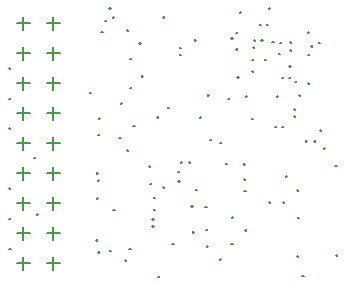
<source format=gbr>
%TF.GenerationSoftware,Altium Limited,Altium Designer,23.3.1 (30)*%
G04 Layer_Color=128*
%FSLAX45Y45*%
%MOMM*%
%TF.SameCoordinates,B56B3050-E4CE-4FE9-8081-1B6FDF6B35C2*%
%TF.FilePolarity,Positive*%
%TF.FileFunction,Drillmap*%
%TF.Part,Single*%
G01*
G75*
%TA.AperFunction,NonConductor*%
%ADD104C,0.12700*%
D104*
X125000Y2326000D02*
X235000D01*
X180000Y2271000D02*
Y2381000D01*
X125000Y2072000D02*
X235000D01*
X180000Y2017000D02*
Y2127000D01*
X125000Y1818000D02*
X235000D01*
X180000Y1763000D02*
Y1873000D01*
X125000Y1564000D02*
X235000D01*
X180000Y1509000D02*
Y1619000D01*
X125000Y1310000D02*
X235000D01*
X180000Y1255000D02*
Y1365000D01*
X125000Y1056000D02*
X235000D01*
X180000Y1001000D02*
Y1111000D01*
X125000Y802000D02*
X235000D01*
X180000Y747000D02*
Y857000D01*
X379000Y2326000D02*
X489000D01*
X434000Y2271000D02*
Y2381000D01*
X379000Y2072000D02*
X489000D01*
X434000Y2017000D02*
Y2127000D01*
X379000Y1818000D02*
X489000D01*
X434000Y1763000D02*
Y1873000D01*
X379000Y1564000D02*
X489000D01*
X434000Y1509000D02*
Y1619000D01*
X379000Y1310000D02*
X489000D01*
X434000Y1255000D02*
Y1365000D01*
X379000Y1056000D02*
X489000D01*
X434000Y1001000D02*
Y1111000D01*
X379000Y802000D02*
X489000D01*
X434000Y747000D02*
Y857000D01*
X125000Y548000D02*
X235000D01*
X180000Y493000D02*
Y603000D01*
X125000Y294000D02*
X235000D01*
X180000Y239000D02*
Y349000D01*
X379000Y548000D02*
X489000D01*
X434000Y493000D02*
Y603000D01*
X379000Y294000D02*
X489000D01*
X434000Y239000D02*
Y349000D01*
X2375000Y1450000D02*
X2385000D01*
X2380000Y1445000D02*
Y1455000D01*
X2136288Y2183656D02*
X2146288D01*
X2141288Y2178656D02*
Y2188656D01*
X2064996Y1709997D02*
X2074996D01*
X2069996Y1704997D02*
Y1714997D01*
X2725000Y1270000D02*
X2735000D01*
X2730000Y1265000D02*
Y1275000D01*
X2126965Y2123167D02*
X2136965D01*
X2131965Y2118167D02*
Y2128167D01*
X2119907Y1919570D02*
X2129907D01*
X2124907Y1914570D02*
Y1924570D01*
X843025Y2256789D02*
X853025D01*
X848025Y2251790D02*
Y2261789D01*
X1115000Y1460000D02*
X1125000D01*
X1120000Y1455000D02*
Y1465000D01*
X1255000Y970000D02*
X1265000D01*
X1260000Y965000D02*
Y975000D01*
X1249246Y1115754D02*
X1259246D01*
X1254246Y1110754D02*
Y1120754D01*
X802577Y846170D02*
X812577D01*
X807577Y841170D02*
Y851170D01*
X1080595Y418969D02*
X1090595D01*
X1085595Y413969D02*
Y423969D01*
X798632Y491892D02*
X808632D01*
X803632Y486892D02*
Y496892D01*
X295000Y710000D02*
X305000D01*
X300000Y705000D02*
Y715000D01*
X275000Y1190000D02*
X285000D01*
X280000Y1185000D02*
Y1195000D01*
X911197Y2454400D02*
X921197D01*
X916197Y2449400D02*
Y2459400D01*
X63494Y1944575D02*
X73494D01*
X68494Y1939575D02*
Y1949575D01*
X61973Y1689810D02*
X71973D01*
X66973Y1684810D02*
Y1694810D01*
X61973Y1437325D02*
X71973D01*
X66973Y1432325D02*
Y1442325D01*
X62734Y929314D02*
X72734D01*
X67734Y924314D02*
Y934314D01*
X61213Y673788D02*
X71213D01*
X66213Y668788D02*
Y678788D01*
X65000Y420000D02*
X75000D01*
X70000Y415000D02*
Y425000D01*
X1325000Y180000D02*
X1335000D01*
X1330000Y175000D02*
Y185000D01*
X2545000Y190000D02*
X2555000D01*
X2550000Y185000D02*
Y195000D01*
X1944999Y2199959D02*
X1954999D01*
X1949999Y2194959D02*
Y2204959D01*
X1984463Y2246418D02*
X1994463D01*
X1989463Y2241418D02*
Y2251418D01*
X2198302Y2185130D02*
X2208302D01*
X2203302Y2180130D02*
Y2190130D01*
X2120334Y2017238D02*
X2130334D01*
X2125334Y2012238D02*
Y2022238D01*
X2485358Y1832265D02*
X2495358D01*
X2490358Y1827265D02*
Y1837265D01*
X2475000Y1600000D02*
X2485000D01*
X2480000Y1595000D02*
Y1605000D01*
X2328948Y1707651D02*
X2338948D01*
X2333948Y1702651D02*
Y1712651D01*
X2261583Y2454400D02*
X2271583D01*
X2266583Y2449400D02*
Y2459400D01*
X1365000Y940000D02*
X1375000D01*
X1370000Y935000D02*
Y945000D01*
X945000Y748696D02*
X955000D01*
X950000Y743696D02*
Y753696D01*
X1085000Y2028696D02*
X1095000D01*
X1090000Y2023696D02*
Y2033696D01*
X1403560Y1610730D02*
X1413560D01*
X1408560Y1605730D02*
Y1615730D01*
X1185000Y1880000D02*
X1195000D01*
X1190000Y1875000D02*
Y1885000D01*
X1085000Y1780000D02*
X1095000D01*
X1090000Y1775000D02*
Y1785000D01*
X1275000Y670000D02*
X1285000D01*
X1280000Y665000D02*
Y675000D01*
X1275000Y610000D02*
X1285000D01*
X1280000Y605000D02*
Y615000D01*
X1061793Y2268972D02*
X1071793D01*
X1066793Y2263972D02*
Y2273972D01*
X2440783Y2165241D02*
X2450783D01*
X2445783Y2160241D02*
Y2170241D01*
X875000Y2350000D02*
X885000D01*
X880000Y2345000D02*
Y2355000D01*
X939118Y2377704D02*
X949117D01*
X944117Y2372704D02*
Y2382704D01*
X1365000Y2380000D02*
X1375000D01*
X1370000Y2375000D02*
Y2385000D01*
X1313797Y1533032D02*
X1323797D01*
X1318797Y1528032D02*
Y1538032D01*
X819640Y1522606D02*
X829640D01*
X824640Y1517606D02*
Y1527606D01*
X815780Y1384933D02*
X825780D01*
X820780Y1379933D02*
Y1389933D01*
X813744Y997965D02*
X823744D01*
X818744Y992965D02*
Y1002965D01*
X915000Y400000D02*
X925000D01*
X920000Y395000D02*
Y405000D01*
X1730000Y578425D02*
X1740000D01*
X1735000Y573425D02*
Y583425D01*
X2695000Y1420000D02*
X2705000D01*
X2700000Y1415000D02*
Y1425000D01*
X2683620Y2162523D02*
X2693620D01*
X2688620Y2157523D02*
Y2167523D01*
X1164668Y2157572D02*
X1174668D01*
X1169668Y2152572D02*
Y2162571D01*
X1605000Y780000D02*
X1615000D01*
X1610000Y775000D02*
Y785000D01*
X1850269Y1316304D02*
X1860269D01*
X1855269Y1311304D02*
Y1321304D01*
X1947440Y684512D02*
X1957440D01*
X1952440Y679512D02*
Y689512D01*
X2829363Y362722D02*
X2839363D01*
X2834363Y357722D02*
Y367722D01*
X2500010Y352712D02*
X2510010D01*
X2505010Y347712D02*
Y357712D01*
X2505000Y680000D02*
X2515000D01*
X2510000Y675000D02*
Y685000D01*
X2501511Y911311D02*
X2511511D01*
X2506511Y906311D02*
Y916311D01*
X2825000Y1120000D02*
X2835000D01*
X2830000Y1115000D02*
Y1125000D01*
X1744999Y1719999D02*
X1754999D01*
X1749999Y1714999D02*
Y1724999D01*
X1995839Y1869999D02*
X2005839D01*
X2000839Y1864999D02*
Y1874999D01*
X2591075Y2250201D02*
X2601075D01*
X2596075Y2245201D02*
Y2255201D01*
X2620000Y2135000D02*
X2630000D01*
X2625000Y2130000D02*
Y2140000D01*
X2595000Y2060000D02*
X2605000D01*
X2600000Y2055000D02*
Y2065000D01*
X1632398Y2185442D02*
X1642398D01*
X1637398Y2180442D02*
Y2190442D01*
X1915000Y1690000D02*
X1925000D01*
X1920000Y1685000D02*
Y1695000D01*
X1006971Y1649847D02*
X1016971D01*
X1011971Y1644847D02*
Y1654847D01*
X996269Y1358257D02*
X1006269D01*
X1001269Y1353257D02*
Y1363257D01*
X2015000Y2420000D02*
X2025000D01*
X2020000Y2415000D02*
Y2425000D01*
X2244679Y2313689D02*
X2254679D01*
X2249679Y2308689D02*
Y2318689D01*
X2183658Y2313714D02*
X2193658D01*
X2188658Y2308714D02*
Y2318714D01*
X1985000Y2110000D02*
X1995000D01*
X1990000Y2105000D02*
Y2115000D01*
X2115000Y1520000D02*
X2125000D01*
X2120000Y1515000D02*
Y1525000D01*
X1675000Y1530000D02*
X1685000D01*
X1680000Y1525000D02*
Y1535000D01*
X1764996Y1339997D02*
X1774996D01*
X1769996Y1334997D02*
Y1344997D01*
X1895886Y1137501D02*
X1905886D01*
X1900886Y1132501D02*
Y1142501D01*
X1285000Y750000D02*
X1295000D01*
X1290000Y745000D02*
Y755000D01*
X1285000Y850000D02*
X1295000D01*
X1290000Y845000D02*
Y855000D01*
X1060000Y1250000D02*
X1070000D01*
X1065000Y1245000D02*
Y1255000D01*
X805000Y1060000D02*
X815000D01*
X810000Y1055000D02*
Y1065000D01*
X2475000Y1540000D02*
X2485000D01*
X2480000Y1535000D02*
Y1545000D01*
X1493957Y1070472D02*
X1503957D01*
X1498957Y1065472D02*
Y1075472D01*
X1495000Y990000D02*
X1505000D01*
X1500000Y985000D02*
Y995000D01*
X1515000Y1150000D02*
X1525000D01*
X1520000Y1145000D02*
Y1155000D01*
X1585000Y1150000D02*
X1595000D01*
X1590000Y1145000D02*
Y1155000D01*
X2345000Y2070000D02*
X2355000D01*
X2350000Y2065000D02*
Y2075000D01*
X2575000Y1330000D02*
X2585000D01*
X2580000Y1325000D02*
Y1335000D01*
X2049090Y1135303D02*
X2059090D01*
X2054090Y1130303D02*
Y1140303D01*
X2055000Y910000D02*
X2065000D01*
X2060000Y905000D02*
Y915000D01*
X2645000Y1330000D02*
X2655000D01*
X2650000Y1325000D02*
Y1335000D01*
X2060112Y576690D02*
X2070112D01*
X2065112Y571690D02*
Y581690D01*
X2315000Y1450000D02*
X2325000D01*
X2320000Y1445000D02*
Y1455000D01*
X2050556Y1005327D02*
X2060556D01*
X2055556Y1000327D02*
Y1010327D01*
X1445000Y460000D02*
X1455000D01*
X1450000Y455000D02*
Y465000D01*
X1845000Y330000D02*
X1855000D01*
X1850000Y325000D02*
Y335000D01*
X1945000Y460000D02*
X1955000D01*
X1950000Y455000D02*
Y465000D01*
X1735357Y440437D02*
X1745357D01*
X1740357Y435437D02*
Y445437D01*
X1045000Y320000D02*
X1055000D01*
X1050000Y315000D02*
Y325000D01*
X2516896Y1718716D02*
X2526896D01*
X2521896Y1713716D02*
Y1723716D01*
X2225000Y2020000D02*
X2235000D01*
X2230000Y2015000D02*
Y2025000D01*
X1615000Y560000D02*
X1625000D01*
X1620000Y555000D02*
Y565000D01*
X1723526Y775509D02*
X1733526D01*
X1728526Y770510D02*
Y780509D01*
X1505000Y2060000D02*
X1515000D01*
X1510000Y2055000D02*
Y2065000D01*
X1505000Y2120000D02*
X1515000D01*
X1510000Y2115000D02*
Y2125000D01*
X2435003Y1962909D02*
X2445003D01*
X2440003Y1957909D02*
Y1967909D01*
X2433995Y1865410D02*
X2443995D01*
X2438995Y1860410D02*
Y1870410D01*
X2292087Y2170001D02*
X2302087D01*
X2297087Y2165001D02*
Y2175001D01*
X744431Y1740605D02*
X754431D01*
X749431Y1735605D02*
Y1745605D01*
X2355680Y2164135D02*
X2365680D01*
X2360680Y2159135D02*
Y2169135D01*
X2373143Y1866454D02*
X2383143D01*
X2378143Y1861454D02*
Y1871454D01*
X2595000Y1820000D02*
X2605000D01*
X2600000Y1815000D02*
Y1825000D01*
X2441412Y2097825D02*
X2451412D01*
X2446412Y2092825D02*
Y2102825D01*
X815539Y390244D02*
X825539D01*
X820539Y385244D02*
Y395244D01*
X1641820Y916820D02*
X1651820D01*
X1646820Y911820D02*
Y921820D01*
X2265000Y810000D02*
X2275000D01*
X2270000Y805000D02*
Y815000D01*
X2405000Y1030000D02*
X2415000D01*
X2410000Y1025000D02*
Y1035000D01*
X2381147Y810321D02*
X2391147D01*
X2386147Y805321D02*
Y815321D01*
%TF.MD5,293e396a76aab08ea51547ecaf397d82*%
M02*

</source>
